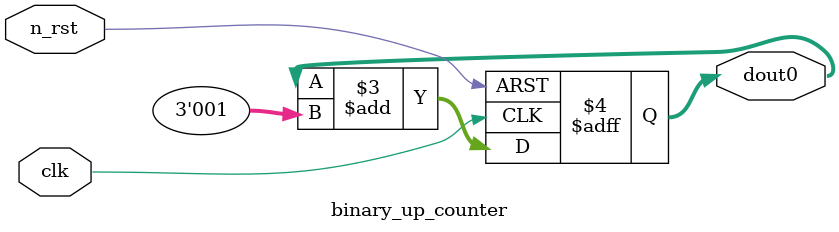
<source format=v>
module binary_up_counter (
    //din0,
    dout0,
    clk,
    n_rst
);

  //input [2:0] din0;
  input clk;
  input n_rst;
  output [2:0] dout0;
  reg [2:0] dout0;
  
  always @ (posedge clk or negedge n_rst) 
  begin
    if (!n_rst) begin
      dout0 <= 3'b0;
    end 
    else begin
      dout0 <= dout0 + 3'b1;
    end
  end

endmodule
</source>
